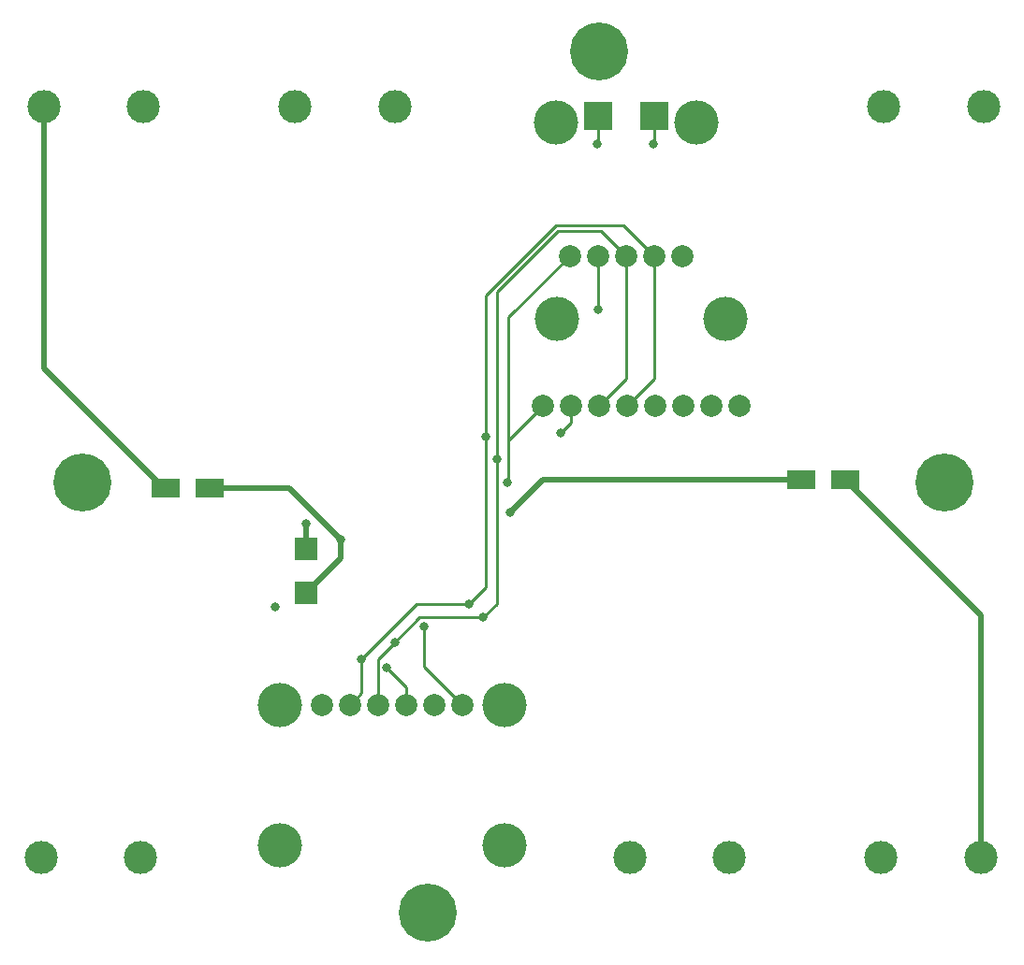
<source format=gbr>
%TF.GenerationSoftware,KiCad,Pcbnew,(5.1.10)-1*%
%TF.CreationDate,2022-06-07T21:04:52-07:00*%
%TF.ProjectId,solar-panel-side-Z,736f6c61-722d-4706-916e-656c2d736964,1.1*%
%TF.SameCoordinates,Original*%
%TF.FileFunction,Copper,L1,Top*%
%TF.FilePolarity,Positive*%
%FSLAX46Y46*%
G04 Gerber Fmt 4.6, Leading zero omitted, Abs format (unit mm)*
G04 Created by KiCad (PCBNEW (5.1.10)-1) date 2022-06-07 21:04:52*
%MOMM*%
%LPD*%
G01*
G04 APERTURE LIST*
%TA.AperFunction,ComponentPad*%
%ADD10C,3.000000*%
%TD*%
%TA.AperFunction,SMDPad,CuDef*%
%ADD11R,2.000000X2.000000*%
%TD*%
%TA.AperFunction,SMDPad,CuDef*%
%ADD12C,4.000000*%
%TD*%
%TA.AperFunction,SMDPad,CuDef*%
%ADD13C,2.000000*%
%TD*%
%TA.AperFunction,ComponentPad*%
%ADD14C,5.250000*%
%TD*%
%TA.AperFunction,SMDPad,CuDef*%
%ADD15R,2.500000X1.700000*%
%TD*%
%TA.AperFunction,SMDPad,CuDef*%
%ADD16R,2.500000X2.500000*%
%TD*%
%TA.AperFunction,ViaPad*%
%ADD17C,0.800000*%
%TD*%
%TA.AperFunction,Conductor*%
%ADD18C,0.250000*%
%TD*%
%TA.AperFunction,Conductor*%
%ADD19C,0.500000*%
%TD*%
G04 APERTURE END LIST*
D10*
%TO.P,SC5,2*%
%TO.N,Net-(SC5-Pad2)*%
X160000000Y-119000000D03*
%TO.P,SC5,1*%
%TO.N,Net-(SC4-Pad2)*%
X169000000Y-119000000D03*
%TD*%
D11*
%TO.P,J7,1*%
%TO.N,VSOLAR*%
X130750000Y-95000000D03*
%TD*%
%TO.P,J6,1*%
%TO.N,GND*%
X130750000Y-91000000D03*
%TD*%
D12*
%TO.P,U1,10*%
%TO.N,Net-(U1-Pad10)*%
X128340000Y-105150000D03*
D13*
%TO.P,U1,4*%
%TO.N,SCL*%
X137230000Y-105150000D03*
%TO.P,U1,5*%
%TO.N,SDA*%
X134690000Y-105150000D03*
%TO.P,U1,6*%
%TO.N,Net-(U1-Pad6)*%
X132150000Y-105150000D03*
%TO.P,U1,1*%
%TO.N,+3V3*%
X144850000Y-105150000D03*
%TO.P,U1,3*%
%TO.N,GND*%
X139770000Y-105150000D03*
%TO.P,U1,2*%
%TO.N,Net-(U1-Pad2)*%
X142310000Y-105150000D03*
D12*
%TO.P,U1,9*%
%TO.N,Net-(U1-Pad9)*%
X148660000Y-105150000D03*
%TO.P,U1,8*%
%TO.N,Net-(U1-Pad8)*%
X128340000Y-117850000D03*
%TO.P,U1,7*%
%TO.N,Net-(U1-Pad7)*%
X148660000Y-117850000D03*
%TD*%
D14*
%TO.P,J5,1*%
%TO.N,Net-(J5-Pad1)*%
X188500000Y-85000000D03*
%TD*%
%TO.P,J4,1*%
%TO.N,Net-(J4-Pad1)*%
X157250000Y-46000000D03*
%TD*%
%TO.P,J3,1*%
%TO.N,Net-(J3-Pad1)*%
X141750000Y-124000000D03*
%TD*%
%TO.P,J2,1*%
%TO.N,Net-(J2-Pad1)*%
X110500000Y-85000000D03*
%TD*%
D15*
%TO.P,D2,2*%
%TO.N,Net-(D2-Pad2)*%
X179500000Y-84750000D03*
%TO.P,D2,1*%
%TO.N,VSOLAR*%
X175500000Y-84750000D03*
%TD*%
%TO.P,D1,2*%
%TO.N,Net-(D1-Pad2)*%
X118000000Y-85500000D03*
%TO.P,D1,1*%
%TO.N,VSOLAR*%
X122000000Y-85500000D03*
%TD*%
D12*
%TO.P,U3,9*%
%TO.N,Net-(U3-Pad9)*%
X153380000Y-70190000D03*
%TO.P,U3,10*%
%TO.N,Net-(U3-Pad10)*%
X168620000Y-70190000D03*
D13*
%TO.P,U3,3*%
%TO.N,SCL*%
X157190000Y-78064000D03*
%TO.P,U3,4*%
%TO.N,SDA*%
X159730000Y-78064000D03*
%TO.P,U3,1*%
%TO.N,+3V3*%
X152110000Y-78064000D03*
%TO.P,U3,2*%
%TO.N,GND*%
X154650000Y-78064000D03*
%TO.P,U3,8*%
%TO.N,Net-(U3-Pad8)*%
X169890000Y-78064000D03*
%TO.P,U3,7*%
%TO.N,Net-(U3-Pad7)*%
X167350000Y-78064000D03*
%TO.P,U3,6*%
%TO.N,Net-(U3-Pad6)*%
X164810000Y-78064000D03*
%TO.P,U3,5*%
%TO.N,Net-(U3-Pad5)*%
X162270000Y-78064000D03*
%TD*%
D16*
%TO.P,U2,7*%
%TO.N,Net-(U2-Pad6)*%
X162190000Y-51800000D03*
%TO.P,U2,6*%
X157110000Y-51800000D03*
D12*
%TO.P,U2,9*%
%TO.N,Net-(U2-Pad9)*%
X166000000Y-52435000D03*
%TO.P,U2,8*%
%TO.N,Net-(U2-Pad8)*%
X153300000Y-52435000D03*
D13*
%TO.P,U2,1*%
%TO.N,+3V3*%
X154570000Y-64500000D03*
%TO.P,U2,2*%
%TO.N,GND*%
X157110000Y-64500000D03*
%TO.P,U2,5*%
%TO.N,Net-(U2-Pad5)*%
X164730000Y-64500000D03*
%TO.P,U2,4*%
%TO.N,SDA*%
X162190000Y-64500000D03*
%TO.P,U2,3*%
%TO.N,SCL*%
X159650000Y-64500000D03*
%TD*%
D10*
%TO.P,SC4,1*%
%TO.N,Net-(D2-Pad2)*%
X191750000Y-119000000D03*
%TO.P,SC4,2*%
%TO.N,Net-(SC4-Pad2)*%
X182750000Y-119000000D03*
%TD*%
%TO.P,SC6,1*%
%TO.N,Net-(SC5-Pad2)*%
X115750000Y-119000000D03*
%TO.P,SC6,2*%
%TO.N,GND*%
X106750000Y-119000000D03*
%TD*%
%TO.P,SC3,1*%
%TO.N,Net-(SC2-Pad2)*%
X183000000Y-51000000D03*
%TO.P,SC3,2*%
%TO.N,GND*%
X192000000Y-51000000D03*
%TD*%
%TO.P,SC2,2*%
%TO.N,Net-(SC2-Pad2)*%
X138750000Y-51000000D03*
%TO.P,SC2,1*%
%TO.N,Net-(SC1-Pad2)*%
X129750000Y-51000000D03*
%TD*%
%TO.P,SC1,2*%
%TO.N,Net-(SC1-Pad2)*%
X116006000Y-51008000D03*
%TO.P,SC1,1*%
%TO.N,Net-(D1-Pad2)*%
X107006000Y-51008000D03*
%TD*%
D17*
%TO.N,GND*%
X157110000Y-69390000D03*
X153750000Y-80500000D03*
X138000000Y-101750000D03*
X130750000Y-88750000D03*
%TO.N,+3V3*%
X141425001Y-98054501D03*
X148971000Y-85026500D03*
%TO.N,VSOLAR*%
X149161500Y-87757000D03*
X133889750Y-90201750D03*
%TO.N,SDA*%
X145500000Y-96000000D03*
X135750000Y-101000000D03*
X147002500Y-80835500D03*
%TO.N,SCL*%
X146750000Y-97250000D03*
X138771500Y-99465000D03*
X148000000Y-82931000D03*
%TO.N,Net-(U2-Pad6)*%
X162110000Y-54352000D03*
X157030000Y-54352000D03*
X127952500Y-96266000D03*
%TD*%
D18*
%TO.N,GND*%
X139770000Y-103520000D02*
X138000000Y-101750000D01*
X139770000Y-105150000D02*
X139770000Y-103520000D01*
X157110000Y-64500000D02*
X157110000Y-69390000D01*
X157110000Y-69390000D02*
X157000000Y-69500000D01*
X154650000Y-78064000D02*
X154650000Y-79600000D01*
X154650000Y-79600000D02*
X153750000Y-80500000D01*
X157110000Y-69390000D02*
X157110000Y-69390000D01*
X153750000Y-80500000D02*
X153750000Y-80500000D01*
X138000000Y-101750000D02*
X138000000Y-101750000D01*
D19*
X130750000Y-90750000D02*
X130750000Y-88750000D01*
D18*
%TO.N,+3V3*%
X141425001Y-101725001D02*
X144850000Y-105150000D01*
X149000000Y-70070000D02*
X154570000Y-64500000D01*
X149000000Y-81174000D02*
X152110000Y-78064000D01*
X149000000Y-82000000D02*
X149000000Y-81174000D01*
X149000000Y-82000000D02*
X149000000Y-70070000D01*
X149000000Y-82750000D02*
X149000000Y-82000000D01*
X141425001Y-101725001D02*
X141425001Y-98054501D01*
X141425001Y-98054501D02*
X141425001Y-98054501D01*
X149000000Y-82750000D02*
X149000000Y-84934000D01*
D19*
%TO.N,VSOLAR*%
X121856000Y-85500000D02*
X122000000Y-85500000D01*
X151168500Y-85750000D02*
X149161500Y-87757000D01*
X149161500Y-87757000D02*
X149161500Y-87757000D01*
X133889750Y-91860250D02*
X133889750Y-90201750D01*
X130750000Y-95000000D02*
X133889750Y-91860250D01*
X152168500Y-84750000D02*
X151168500Y-85750000D01*
X175500000Y-84750000D02*
X152168500Y-84750000D01*
X129188000Y-85500000D02*
X133889750Y-90201750D01*
X122000000Y-85500000D02*
X129188000Y-85500000D01*
%TO.N,Net-(D1-Pad2)*%
X107006000Y-51008000D02*
X107006000Y-74650000D01*
X107006000Y-74650000D02*
X117856000Y-85500000D01*
%TO.N,Net-(D2-Pad2)*%
X191750000Y-97000000D02*
X179500000Y-84750000D01*
X191750000Y-119250000D02*
X191750000Y-97000000D01*
D18*
%TO.N,SDA*%
X135750000Y-104090000D02*
X134690000Y-105150000D01*
X135750000Y-101000000D02*
X135750000Y-104090000D01*
X159440000Y-61750000D02*
X162190000Y-64500000D01*
X153363590Y-61750000D02*
X159440000Y-61750000D01*
X147000000Y-68113590D02*
X153363590Y-61750000D01*
X147000000Y-94500000D02*
X147000000Y-81663500D01*
X145500000Y-96000000D02*
X147000000Y-94500000D01*
X162190000Y-75604000D02*
X159730000Y-78064000D01*
X162190000Y-64500000D02*
X162190000Y-75604000D01*
X147000000Y-80250000D02*
X147000000Y-68113590D01*
X140750000Y-96000000D02*
X135750000Y-101000000D01*
X145500000Y-96000000D02*
X140750000Y-96000000D01*
X135750000Y-101000000D02*
X135750000Y-101000000D01*
X147000000Y-81663500D02*
X147000000Y-80250000D01*
%TO.N,SCL*%
X137250000Y-105130000D02*
X137230000Y-105150000D01*
X137250000Y-101000000D02*
X137250000Y-105130000D01*
X157400000Y-62250000D02*
X159650000Y-64500000D01*
X148000000Y-67750000D02*
X153500000Y-62250000D01*
X153500000Y-62250000D02*
X157400000Y-62250000D01*
X148000000Y-96000000D02*
X148000000Y-84156000D01*
X146750000Y-97250000D02*
X148000000Y-96000000D01*
X159650000Y-75604000D02*
X157190000Y-78064000D01*
X159650000Y-64500000D02*
X159650000Y-75604000D01*
X148000000Y-81500000D02*
X148000000Y-67750000D01*
X141000000Y-97250000D02*
X138619500Y-99630500D01*
X146750000Y-97250000D02*
X141000000Y-97250000D01*
X138619500Y-99630500D02*
X137250000Y-101000000D01*
X148000000Y-84156000D02*
X148000000Y-81500000D01*
%TO.N,Net-(U2-Pad6)*%
X162040000Y-54422000D02*
X162110000Y-54352000D01*
X156960000Y-54422000D02*
X157030000Y-54352000D01*
X157110000Y-54272000D02*
X157030000Y-54352000D01*
X157110000Y-51800000D02*
X157110000Y-54272000D01*
X162190000Y-54272000D02*
X162110000Y-54352000D01*
X162190000Y-51800000D02*
X162190000Y-54272000D01*
%TD*%
M02*

</source>
